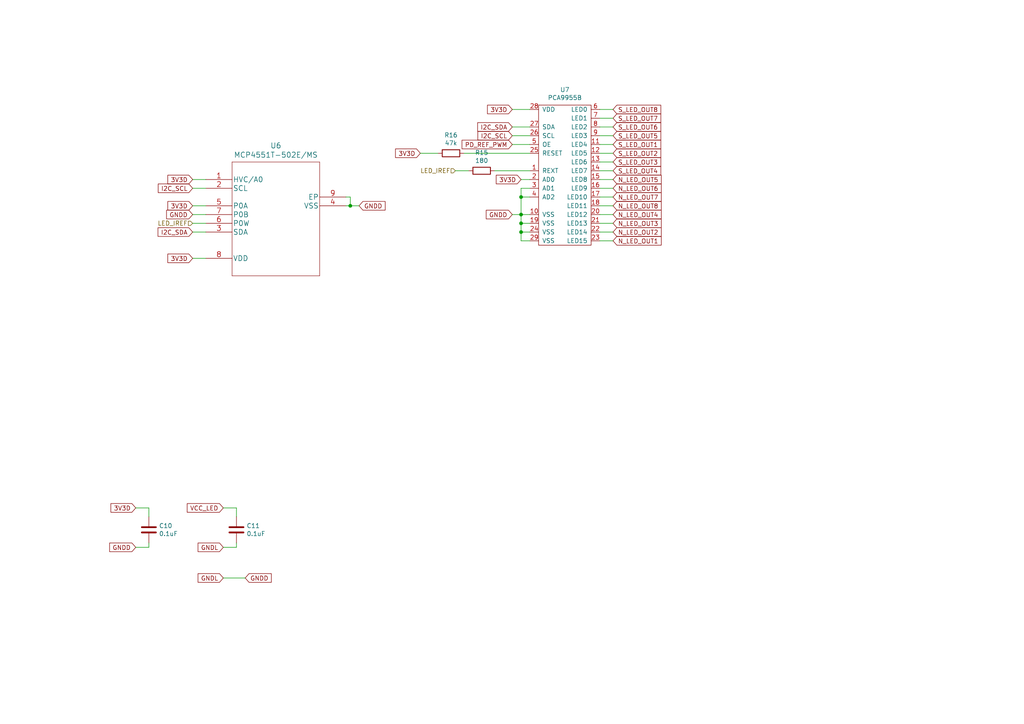
<source format=kicad_sch>
(kicad_sch (version 20211123) (generator eeschema)
  (paper "A4")
  (lib_symbols
    (symbol "Device:C" (pin_numbers hide) (pin_names (offset 0.254))
      (property "Reference" "C" (at 0.635 2.54 0))
      (property "Value" "C" (at 0.635 -2.54 0))
      (symbol "C_0_1"
        (polyline (pts (xy -2.032 -0.762) (xy 2.032 -0.762)) (stroke (width 0.508)))
        (polyline (pts (xy -2.032 0.762) (xy 2.032 0.762)) (stroke (width 0.508)))
      )
      (symbol "C_1_1"
        (pin passive line (at 0 3.81 270) (length 2.794) (name "~") (number "1"))
        (pin passive line (at 0 -3.81 90) (length 2.794) (name "~") (number "2"))
      )
    )
    (symbol "Device:R" (pin_numbers hide) (pin_names (offset 0))
      (property "Reference" "R" (at 2.032 0 90))
      (property "Value" "R" (at 0 0 90))
      (symbol "R_0_1"
        (rectangle (start -1.016 -2.54) (end 1.016 2.54) (stroke (width 0.254)))
      )
      (symbol "R_1_1"
        (pin passive line (at 0 3.81 270) (length 1.27) (name "~") (number "1"))
        (pin passive line (at 0 -3.81 90) (length 1.27) (name "~") (number "2"))
      )
    )
    (symbol "Ninja-qPCR:MCP4551T-104" (pin_names (offset 0.254))
      (property "Reference" "U" (at 20.32 10.16 0))
      (property "Value" "Ninja-qPCR_MCP4551T-104" (at 20.32 7.62 0))
      (symbol "MCP4551T-104_1_1"
        (polyline (pts (xy 7.62 -27.94) (xy 33.02 -27.94)) (stroke (width 0.127)))
        (polyline (pts (xy 7.62 5.08) (xy 7.62 -27.94)) (stroke (width 0.127)))
        (polyline (pts (xy 33.02 -27.94) (xy 33.02 5.08)) (stroke (width 0.127)))
        (polyline (pts (xy 33.02 5.08) (xy 7.62 5.08)) (stroke (width 0.127)))
        (pin input line (at 0 0 0) (length 7.62) (name "HVC/A0") (number "1"))
        (pin input line (at 0 -2.54 0) (length 7.62) (name "SCL") (number "2"))
        (pin bidirectional line (at 0 -15.24 0) (length 7.62) (name "SDA") (number "3"))
        (pin power_in line (at 40.64 -7.62 180) (length 7.62) (name "VSS") (number "4"))
        (pin unspecified line (at 0 -7.62 0) (length 7.62) (name "P0A") (number "5"))
        (pin unspecified line (at 0 -12.7 0) (length 7.62) (name "P0W") (number "6"))
        (pin unspecified line (at 0 -10.16 0) (length 7.62) (name "P0B") (number "7"))
        (pin power_in line (at 0 -22.86 0) (length 7.62) (name "VDD") (number "8"))
        (pin power_in line (at 40.64 -5.08 180) (length 7.62) (name "EP") (number "9"))
      )
    )
    (symbol "Ninja-qPCR:PCA9955B" (pin_names (offset 1.016))
      (property "Reference" "U" (at 7.62 2.54 0))
      (property "Value" "Ninja-qPCR_PCA9955B" (at 7.62 -40.64 0))
      (symbol "PCA9955B_0_1"
        (rectangle (start 0 1.27) (end 15.24 -39.37))
      )
      (symbol "PCA9955B_1_1"
        (pin input line (at -2.54 -17.78 0) (length 2.54) (name "REXT") (number "1"))
        (pin input line (at -2.54 -30.48 0) (length 2.54) (name "VSS") (number "10"))
        (pin input line (at 17.78 -10.16 180) (length 2.54) (name "LED4") (number "11"))
        (pin input line (at 17.78 -12.7 180) (length 2.54) (name "LED5") (number "12"))
        (pin input line (at 17.78 -15.24 180) (length 2.54) (name "LED6") (number "13"))
        (pin input line (at 17.78 -17.78 180) (length 2.54) (name "LED7") (number "14"))
        (pin input line (at 17.78 -20.32 180) (length 2.54) (name "LED8") (number "15"))
        (pin input line (at 17.78 -22.86 180) (length 2.54) (name "LED9") (number "16"))
        (pin input line (at 17.78 -25.4 180) (length 2.54) (name "LED10") (number "17"))
        (pin input line (at 17.78 -27.94 180) (length 2.54) (name "LED11") (number "18"))
        (pin input line (at -2.54 -33.02 0) (length 2.54) (name "VSS") (number "19"))
        (pin input line (at -2.54 -20.32 0) (length 2.54) (name "AD0") (number "2"))
        (pin input line (at 17.78 -30.48 180) (length 2.54) (name "LED12") (number "20"))
        (pin input line (at 17.78 -33.02 180) (length 2.54) (name "LED13") (number "21"))
        (pin input line (at 17.78 -35.56 180) (length 2.54) (name "LED14") (number "22"))
        (pin input line (at 17.78 -38.1 180) (length 2.54) (name "LED15") (number "23"))
        (pin input line (at -2.54 -35.56 0) (length 2.54) (name "VSS") (number "24"))
        (pin input line (at -2.54 -12.7 0) (length 2.54) (name "RESET") (number "25"))
        (pin input line (at -2.54 -7.62 0) (length 2.54) (name "SCL") (number "26"))
        (pin input line (at -2.54 -5.08 0) (length 2.54) (name "SDA") (number "27"))
        (pin input line (at -2.54 0 0) (length 2.54) (name "VDD") (number "28"))
        (pin input line (at -2.54 -38.1 0) (length 2.54) (name "VSS") (number "29"))
        (pin input line (at -2.54 -22.86 0) (length 2.54) (name "AD1") (number "3"))
        (pin input line (at -2.54 -25.4 0) (length 2.54) (name "AD2") (number "4"))
        (pin input line (at -2.54 -10.16 0) (length 2.54) (name "OE") (number "5"))
        (pin input line (at 17.78 0 180) (length 2.54) (name "LED0") (number "6"))
        (pin input line (at 17.78 -2.54 180) (length 2.54) (name "LED1") (number "7"))
        (pin input line (at 17.78 -5.08 180) (length 2.54) (name "LED2") (number "8"))
        (pin input line (at 17.78 -7.62 180) (length 2.54) (name "LED3") (number "9"))
      )
    )
  )
  (junction (at 151.13 57.15))
  (junction (at 151.13 64.77))
  (junction (at 151.13 67.31))
  (junction (at 101.6 59.69))
  (junction (at 151.13 62.23))
  (wire (pts (xy 43.18 149.86) (xy 43.18 147.32)))
  (wire (pts (xy 143.51 49.53) (xy 153.67 49.53)))
  (wire (pts (xy 148.59 36.83) (xy 153.67 36.83)))
  (wire (pts (xy 59.69 59.69) (xy 55.88 59.69)))
  (wire (pts (xy 64.77 167.64) (xy 71.12 167.64)))
  (wire (pts (xy 59.69 62.23) (xy 55.88 62.23)))
  (wire (pts (xy 151.13 69.85) (xy 153.67 69.85)))
  (wire (pts (xy 59.69 64.77) (xy 55.88 64.77)))
  (wire (pts (xy 148.59 31.75) (xy 153.67 31.75)))
  (wire (pts (xy 177.8 62.23) (xy 173.99 62.23)))
  (wire (pts (xy 64.77 158.75) (xy 68.58 158.75)))
  (wire (pts (xy 100.33 57.15) (xy 101.6 57.15)))
  (wire (pts (xy 127 44.45) (xy 121.92 44.45)))
  (wire (pts (xy 151.13 67.31) (xy 153.67 67.31)))
  (wire (pts (xy 153.67 54.61) (xy 151.13 54.61)))
  (wire (pts (xy 101.6 57.15) (xy 101.6 59.69)))
  (wire (pts (xy 43.18 158.75) (xy 43.18 157.48)))
  (wire (pts (xy 177.8 34.29) (xy 173.99 34.29)))
  (wire (pts (xy 151.13 64.77) (xy 151.13 67.31)))
  (wire (pts (xy 153.67 57.15) (xy 151.13 57.15)))
  (wire (pts (xy 177.8 46.99) (xy 173.99 46.99)))
  (wire (pts (xy 101.6 59.69) (xy 100.33 59.69)))
  (wire (pts (xy 177.8 69.85) (xy 173.99 69.85)))
  (wire (pts (xy 148.59 41.91) (xy 153.67 41.91)))
  (wire (pts (xy 148.59 62.23) (xy 151.13 62.23)))
  (wire (pts (xy 177.8 57.15) (xy 173.99 57.15)))
  (wire (pts (xy 151.13 62.23) (xy 153.67 62.23)))
  (wire (pts (xy 177.8 41.91) (xy 173.99 41.91)))
  (wire (pts (xy 59.69 67.31) (xy 55.88 67.31)))
  (wire (pts (xy 39.37 158.75) (xy 43.18 158.75)))
  (wire (pts (xy 177.8 49.53) (xy 173.99 49.53)))
  (wire (pts (xy 177.8 36.83) (xy 173.99 36.83)))
  (wire (pts (xy 177.8 44.45) (xy 173.99 44.45)))
  (wire (pts (xy 151.13 54.61) (xy 151.13 57.15)))
  (wire (pts (xy 64.77 147.32) (xy 68.58 147.32)))
  (wire (pts (xy 151.13 62.23) (xy 151.13 64.77)))
  (wire (pts (xy 59.69 54.61) (xy 55.88 54.61)))
  (wire (pts (xy 177.8 64.77) (xy 173.99 64.77)))
  (wire (pts (xy 134.62 44.45) (xy 153.67 44.45)))
  (wire (pts (xy 148.59 39.37) (xy 153.67 39.37)))
  (wire (pts (xy 177.8 67.31) (xy 173.99 67.31)))
  (wire (pts (xy 104.14 59.69) (xy 101.6 59.69)))
  (wire (pts (xy 177.8 54.61) (xy 173.99 54.61)))
  (wire (pts (xy 59.69 52.07) (xy 55.88 52.07)))
  (wire (pts (xy 43.18 147.32) (xy 39.37 147.32)))
  (wire (pts (xy 151.13 52.07) (xy 153.67 52.07)))
  (wire (pts (xy 151.13 57.15) (xy 151.13 62.23)))
  (wire (pts (xy 177.8 59.69) (xy 173.99 59.69)))
  (wire (pts (xy 68.58 158.75) (xy 68.58 157.48)))
  (wire (pts (xy 132.08 49.53) (xy 135.89 49.53)))
  (wire (pts (xy 177.8 52.07) (xy 173.99 52.07)))
  (wire (pts (xy 59.69 74.93) (xy 55.88 74.93)))
  (wire (pts (xy 177.8 39.37) (xy 173.99 39.37)))
  (wire (pts (xy 151.13 64.77) (xy 153.67 64.77)))
  (wire (pts (xy 177.8 31.75) (xy 173.99 31.75)))
  (wire (pts (xy 151.13 67.31) (xy 151.13 69.85)))
  (wire (pts (xy 68.58 147.32) (xy 68.58 149.86)))
  (global_label "N_LED_OUT3" (shape input) (at 177.8 64.77 0) (property "Intersheet References" "${INTERSHEET_REFS}" (effects hide)))
  (global_label "VCC_LED" (shape input) (at 64.77 147.32 180) (property "Intersheet References" "${INTERSHEET_REFS}" (effects hide)))
  (global_label "N_LED_OUT6" (shape input) (at 177.8 54.61 0) (property "Intersheet References" "${INTERSHEET_REFS}" (effects hide)))
  (global_label "GNDL" (shape input) (at 64.77 158.75 180) (property "Intersheet References" "${INTERSHEET_REFS}" (effects hide)))
  (global_label "S_LED_OUT6" (shape input) (at 177.8 36.83 0) (property "Intersheet References" "${INTERSHEET_REFS}" (effects hide)))
  (global_label "S_LED_OUT4" (shape input) (at 177.8 49.53 0) (property "Intersheet References" "${INTERSHEET_REFS}" (effects hide)))
  (global_label "S_LED_OUT1" (shape input) (at 177.8 41.91 0) (property "Intersheet References" "${INTERSHEET_REFS}" (effects hide)))
  (global_label "I2C_SDA" (shape input) (at 55.88 67.31 180) (property "Intersheet References" "${INTERSHEET_REFS}" (effects hide)))
  (global_label "GNDD" (shape input) (at 148.59 62.23 180) (property "Intersheet References" "${INTERSHEET_REFS}" (effects hide)))
  (global_label "GNDD" (shape input) (at 104.14 59.69 0) (property "Intersheet References" "${INTERSHEET_REFS}" (effects hide)))
  (global_label "GNDL" (shape input) (at 64.77 167.64 180) (property "Intersheet References" "${INTERSHEET_REFS}" (effects hide)))
  (global_label "N_LED_OUT1" (shape input) (at 177.8 69.85 0) (property "Intersheet References" "${INTERSHEET_REFS}" (effects hide)))
  (global_label "N_LED_OUT7" (shape input) (at 177.8 57.15 0) (property "Intersheet References" "${INTERSHEET_REFS}" (effects hide)))
  (global_label "GNDD" (shape input) (at 55.88 62.23 180) (property "Intersheet References" "${INTERSHEET_REFS}" (effects hide)))
  (global_label "3V3D" (shape input) (at 55.88 52.07 180) (property "Intersheet References" "${INTERSHEET_REFS}" (effects hide)))
  (global_label "N_LED_OUT8" (shape input) (at 177.8 59.69 0) (property "Intersheet References" "${INTERSHEET_REFS}" (effects hide)))
  (global_label "3V3D" (shape input) (at 151.13 52.07 180) (property "Intersheet References" "${INTERSHEET_REFS}" (effects hide)))
  (global_label "I2C_SCL" (shape input) (at 55.88 54.61 180) (property "Intersheet References" "${INTERSHEET_REFS}" (effects hide)))
  (global_label "GNDD" (shape input) (at 71.12 167.64 0) (property "Intersheet References" "${INTERSHEET_REFS}" (effects hide)))
  (global_label "S_LED_OUT7" (shape input) (at 177.8 34.29 0) (property "Intersheet References" "${INTERSHEET_REFS}" (effects hide)))
  (global_label "I2C_SCL" (shape input) (at 148.59 39.37 180) (property "Intersheet References" "${INTERSHEET_REFS}" (effects hide)))
  (global_label "3V3D" (shape input) (at 148.59 31.75 180) (property "Intersheet References" "${INTERSHEET_REFS}" (effects hide)))
  (global_label "PD_REF_PWM" (shape input) (at 148.59 41.91 180) (property "Intersheet References" "${INTERSHEET_REFS}" (effects hide)))
  (global_label "GNDD" (shape input) (at 39.37 158.75 180) (property "Intersheet References" "${INTERSHEET_REFS}" (effects hide)))
  (global_label "3V3D" (shape input) (at 39.37 147.32 180) (property "Intersheet References" "${INTERSHEET_REFS}" (effects hide)))
  (global_label "S_LED_OUT8" (shape input) (at 177.8 31.75 0) (property "Intersheet References" "${INTERSHEET_REFS}" (effects hide)))
  (global_label "3V3D" (shape input) (at 121.92 44.45 180) (property "Intersheet References" "${INTERSHEET_REFS}" (effects hide)))
  (global_label "S_LED_OUT5" (shape input) (at 177.8 39.37 0) (property "Intersheet References" "${INTERSHEET_REFS}" (effects hide)))
  (global_label "N_LED_OUT2" (shape input) (at 177.8 67.31 0) (property "Intersheet References" "${INTERSHEET_REFS}" (effects hide)))
  (global_label "I2C_SDA" (shape input) (at 148.59 36.83 180) (property "Intersheet References" "${INTERSHEET_REFS}" (effects hide)))
  (global_label "N_LED_OUT4" (shape input) (at 177.8 62.23 0) (property "Intersheet References" "${INTERSHEET_REFS}" (effects hide)))
  (global_label "S_LED_OUT3" (shape input) (at 177.8 46.99 0) (property "Intersheet References" "${INTERSHEET_REFS}" (effects hide)))
  (global_label "N_LED_OUT5" (shape input) (at 177.8 52.07 0) (property "Intersheet References" "${INTERSHEET_REFS}" (effects hide)))
  (global_label "3V3D" (shape input) (at 55.88 59.69 180) (property "Intersheet References" "${INTERSHEET_REFS}" (effects hide)))
  (global_label "3V3D" (shape input) (at 55.88 74.93 180) (property "Intersheet References" "${INTERSHEET_REFS}" (effects hide)))
  (global_label "S_LED_OUT2" (shape input) (at 177.8 44.45 0) (property "Intersheet References" "${INTERSHEET_REFS}" (effects hide)))
  (hierarchical_label "LED_IREF" (shape input) (at 132.08 49.53 180))
  (hierarchical_label "LED_IREF" (shape input) (at 55.88 64.77 180))
  (symbol (lib_id "Ninja-qPCR:MCP4551T-104") (at 59.69 52.07 0) (unit 1)
    (property "Reference" "U6" (at 80.01 42.2402 0) (effects (font (size 1.524 1.524))))
    (property "Value" "MCP4551T-502E/MS" (at 80.01 44.9326 0) (effects (font (size 1.524 1.524))))
    (property "Footprint" "Ninja-qPCR:MCP4551T-104E&slash_MF" (effects hide))
  )
  (symbol (lib_id "Device:C") (at 43.18 153.67 0) (unit 1)
    (property "Reference" "C10" (at 46.101 152.5016 0) (effects (justify left)))
    (property "Value" "0.1uF" (at 46.101 154.813 0) (effects (justify left)))
    (property "Footprint" "Capacitor_SMD:C_0603_1608Metric" (effects hide))
  )
  (symbol (lib_id "Device:C") (at 68.58 153.67 0) (unit 1)
    (property "Reference" "C11" (at 71.501 152.5016 0) (effects (justify left)))
    (property "Value" "0.1uF" (at 71.501 154.813 0) (effects (justify left)))
    (property "Footprint" "Capacitor_SMD:C_0603_1608Metric" (effects hide))
  )
  (symbol (lib_id "Ninja-qPCR:PCA9955B") (at 156.21 31.75 0) (unit 1)
    (property "Reference" "U7" (at 163.83 26.035 0))
    (property "Value" "PCA9955B" (at 163.83 28.3464 0))
    (property "Footprint" "Ninja-qPCR:PCA9955B" (effects hide))
  )
  (symbol (lib_id "Device:R") (at 130.81 44.45 270) (unit 1)
    (property "Reference" "R16" (at 130.81 39.1922 90))
    (property "Value" "47k" (at 130.81 41.5036 90))
    (property "Footprint" "Resistor_SMD:R_0603_1608Metric" (effects hide))
  )
  (symbol (lib_id "Device:R") (at 139.7 49.53 270) (unit 1)
    (property "Reference" "R15" (at 139.7 44.2722 90))
    (property "Value" "180" (at 139.7 46.5836 90))
    (property "Footprint" "Resistor_SMD:R_0603_1608Metric" (effects hide))
  )
)
</source>
